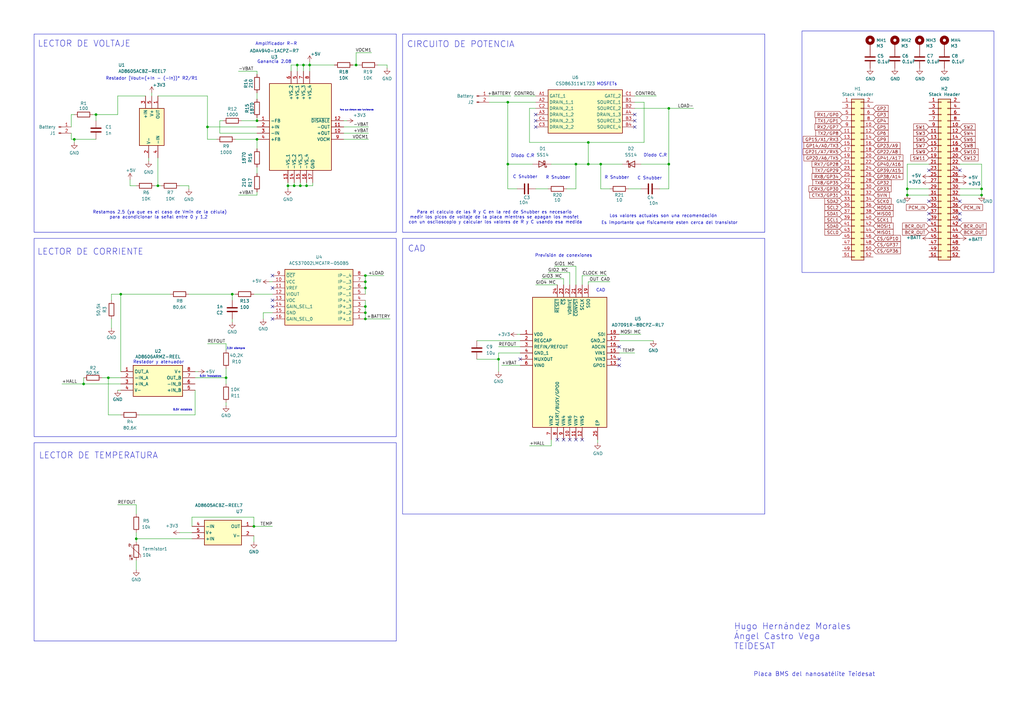
<source format=kicad_sch>
(kicad_sch (version 20250114) (generator "eeschema") (generator_version "9.0")
  (paper "A3")
  (rectangle (start 165.1 97.79) (end 313.69 210.82))
  (rectangle (start 328.93 12.7) (end 407.67 111.76))
  (rectangle (start 462.28 26.67) (end 610.87 266.7))
  (rectangle (start 13.97 181.61) (end 162.56 262.89))
  (rectangle (start 13.97 13.97) (end 162.56 95.25))
  (rectangle (start 13.97 97.79) (end 162.56 179.07))
  (rectangle (start 165.1 13.97) (end 313.69 95.25))
  (text "Amplificador R-R" (at 113.284 18.034 0) (effects (font (size 1.27 1.27))))
  (text "LECTOR DE TEMPERATURA" (at 40.386 186.944 0) (effects (font (size 2.54 2.54))))
  (text "2.5V siempre " (at 97.028 143.002 0) (effects (font (size 0.762 0.762))))
  (text "Los valores actuales son una recomendación " (at 272.542 88.646 0) (effects (font (size 1.27 1.27))))
  (text "Para que siempre este funcionando" (at 146.304 45.212 0) (effects (font (size 0.508 0.508))))
  (text "CAD\n" (at 246.38 119.126 0) (effects (font (size 1.27 1.27))))
  (text "Previsión de conexiones " (at 231.648 104.902 0) (effects (font (size 1.27 1.27))))
  (text "Para el calculo de las R y C en la red de Snubber es necesario \nmedir los picos de voltaje de la placa mientras se apagan los mosfet \ncon un osciloscopio y calcular los valores de R y C usando esa medida" (at 203.2 89.154 0) (effects (font (size 1.27 1.27))))
  (text "R Snubber\n" (at 252.984 72.898 0) (effects (font (size 1.27 1.27))))
  (text "0.5V estables\n" (at 74.93 168.148 0) (effects (font (size 0.762 0.762))))
  (text "Diodo C.R" (at 268.732 63.754 0) (effects (font (size 1.27 1.27))))
  (text "Ganancia 2.08\n" (at 112.522 25.4 0) (effects (font (size 1.27 1.27))))
  (text "C Snubber\n" (at 266.446 73.152 0) (effects (font (size 1.27 1.27))))
  (text "Es importante que fisicamente esten cerca del transistor\n" (at 274.574 91.44 0) (effects (font (size 1.27 1.27))))
  (text "Placa BMS del nanosatélite Teidesat" (at 334.01 276.606 0) (effects (font (size 1.778 1.778))))
  (text "Hugo Hernández Morales\nÁngel Castro Vega\nTEIDESAT\n" (at 300.99 261.112 0) (effects (font (size 2.54 2.54)) (justify left)))
  (text "Restador y atenuador\n" (at 65.024 148.59 0) (effects (font (size 1.27 1.27))))
  (text "C Snubber\n" (at 215.392 72.644 0) (effects (font (size 1.27 1.27))))
  (text "R Snubber\n" (at 228.854 72.898 0) (effects (font (size 1.27 1.27))))
  (text "LECTOR DE VOLTAJE" (at 34.544 18.034 0) (effects (font (size 2.54 2.54))))
  (text "LECTOR DE CORRIENTE" (at 37.084 103.378 0) (effects (font (size 2.54 2.54))))
  (text "Diodo C.R" (at 214.376 64.008 0) (effects (font (size 1.27 1.27))))
  (text "MICROCONTROLADOR\n" (at 490.728 33.782 0) (effects (font (size 2.54 2.54))))
  (text "Restamos 2,5 (ya que es el caso de Vmin de la célula)\npara acondicionar la señal entre 0 y 1,2 \n" (at 65.532 88.138 0) (effects (font (size 1.27 1.27))))
  (text "CIRCUITO DE POTENCIA" (at 188.976 18.288 0) (effects (font (size 2.54 2.54))))
  (text "0.5V inestables\n" (at 86.36 154.432 0) (effects (font (size 0.762 0.762))))
  (text "MOSFETs\n" (at 248.92 34.544 0) (effects (font (size 1.27 1.27))))
  (text "Restador [Vout=(+In - (-In))* R2/R1" (at 62.23 32.258 0) (effects (font (size 1.27 1.27))))
  (text "CAD" (at 170.942 102.108 0) (effects (font (size 2.54 2.54))))
  (junction (at 85.09 52.07))
  (junction (at 402.59 80.01))
  (junction (at 39.37 46.99))
  (junction (at 208.28 67.31))
  (junction (at 204.47 147.32))
  (junction (at 149.86 130.81))
  (junction (at 241.3 67.31))
  (junction (at 44.45 154.94))
  (junction (at 149.86 118.11))
  (junction (at 149.86 115.57))
  (junction (at 64.77 76.2))
  (junction (at 124.46 26.67))
  (junction (at 149.86 128.27))
  (junction (at 236.22 67.31))
  (junction (at 95.25 120.65))
  (junction (at 149.86 113.03))
  (junction (at 274.32 44.45))
  (junction (at 372.11 77.47))
  (junction (at 55.88 220.98))
  (junction (at 149.86 125.73))
  (junction (at 246.38 67.31))
  (junction (at 30.48 57.15))
  (junction (at 34.29 157.48))
  (junction (at 208.28 41.91))
  (junction (at 121.92 26.67))
  (junction (at 120.65 76.2))
  (junction (at 125.73 76.2))
  (junction (at 104.14 215.9))
  (junction (at 402.59 77.47))
  (junction (at 372.11 80.01))
  (junction (at 241.3 58.42))
  (junction (at 118.11 76.2))
  (junction (at 105.41 57.15))
  (junction (at 49.53 120.65))
  (junction (at 127 26.67))
  (junction (at 92.71 154.94))
  (junction (at 123.19 76.2))
  (junction (at 146.05 26.67))
  (junction (at 274.32 67.31))
  (junction (at 105.41 49.53))
  (no_connect (at 381 87.63))
  (no_connect (at 381 82.55))
  (no_connect (at 393.7 82.55))
  (no_connect (at 228.6 180.34))
  (no_connect (at 213.36 147.32))
  (no_connect (at 238.76 180.34))
  (no_connect (at 219.71 49.53))
  (no_connect (at 111.76 118.11))
  (no_connect (at 111.76 113.03))
  (no_connect (at 260.35 49.53))
  (no_connect (at 260.35 52.07))
  (no_connect (at 233.68 180.34))
  (no_connect (at 219.71 52.07))
  (no_connect (at 111.76 123.19))
  (no_connect (at 260.35 46.99))
  (no_connect (at 254 147.32))
  (no_connect (at 254 149.86))
  (no_connect (at 219.71 46.99))
  (no_connect (at 236.22 180.34))
  (no_connect (at 231.14 180.34))
  (no_connect (at 111.76 125.73))
  (no_connect (at 254 142.24))
  (no_connect (at 381 69.85))
  (no_connect (at 381 90.17))
  (no_connect (at 393.7 87.63))
  (no_connect (at 393.7 90.17))
  (no_connect (at 393.7 69.85))
  (no_connect (at 111.76 130.81))
  (wire (pts (xy 248.92 113.03) (xy 238.76 113.03)))
  (wire (pts (xy 38.1 46.99) (xy 39.37 46.99)))
  (wire (pts (xy 208.28 41.91) (xy 219.71 41.91)))
  (wire (pts (xy 254 144.78) (xy 260.35 144.78)))
  (wire (pts (xy 104.14 215.9) (xy 104.14 212.09)))
  (wire (pts (xy 158.75 26.67) (xy 158.75 27.94)))
  (wire (pts (xy 92.71 151.13) (xy 92.71 154.94)))
  (wire (pts (xy 85.09 57.15) (xy 85.09 52.07)))
  (wire (pts (xy 149.86 118.11) (xy 149.86 120.65)))
  (wire (pts (xy 30.48 57.15) (xy 39.37 57.15)))
  (wire (pts (xy 59.69 39.37) (xy 48.26 39.37)))
  (wire (pts (xy 127 29.21) (xy 127 26.67)))
  (wire (pts (xy 127 26.67) (xy 127 25.4)))
  (wire (pts (xy 233.68 111.76) (xy 233.68 116.84)))
  (wire (pts (xy 107.95 128.27) (xy 111.76 128.27)))
  (wire (pts (xy 219.71 116.84) (xy 228.6 116.84)))
  (wire (pts (xy 200.66 39.37) (xy 209.55 39.37)))
  (wire (pts (xy 90.17 49.53) (xy 91.44 49.53)))
  (wire (pts (xy 274.32 44.45) (xy 274.32 67.31)))
  (wire (pts (xy 140.97 54.61) (xy 151.13 54.61)))
  (wire (pts (xy 208.28 67.31) (xy 208.28 77.47)))
  (wire (pts (xy 41.91 154.94) (xy 44.45 154.94)))
  (wire (pts (xy 105.41 57.15) (xy 105.41 60.96)))
  (wire (pts (xy 146.05 21.59) (xy 152.4 21.59)))
  (wire (pts (xy 128.27 76.2) (xy 125.73 76.2)))
  (wire (pts (xy 154.94 26.67) (xy 158.75 26.67)))
  (wire (pts (xy 204.47 142.24) (xy 213.36 142.24)))
  (wire (pts (xy 80.01 152.4) (xy 81.28 152.4)))
  (wire (pts (xy 121.92 29.21) (xy 121.92 26.67)))
  (wire (pts (xy 39.37 46.99) (xy 39.37 49.53)))
  (wire (pts (xy 124.46 29.21) (xy 124.46 26.67)))
  (wire (pts (xy 110.49 115.57) (xy 111.76 115.57)))
  (wire (pts (xy 29.21 52.07) (xy 29.21 46.99)))
  (wire (pts (xy 105.41 68.58) (xy 105.41 71.12)))
  (wire (pts (xy 34.29 154.94) (xy 34.29 157.48)))
  (wire (pts (xy 149.86 113.03) (xy 149.86 115.57)))
  (wire (pts (xy 121.92 26.67) (xy 119.38 26.67)))
  (wire (pts (xy 105.41 80.01) (xy 105.41 78.74)))
  (wire (pts (xy 97.79 80.01) (xy 105.41 80.01)))
  (wire (pts (xy 99.06 49.53) (xy 105.41 49.53)))
  (wire (pts (xy 92.71 165.1) (xy 92.71 166.37)))
  (wire (pts (xy 146.05 21.59) (xy 146.05 26.67)))
  (wire (pts (xy 219.71 44.45) (xy 217.17 44.45)))
  (wire (pts (xy 284.48 44.45) (xy 274.32 44.45)))
  (wire (pts (xy 105.41 40.64) (xy 105.41 38.1)))
  (wire (pts (xy 49.53 120.65) (xy 69.85 120.65)))
  (wire (pts (xy 270.51 77.47) (xy 274.32 77.47)))
  (wire (pts (xy 372.11 67.31) (xy 372.11 77.47)))
  (wire (pts (xy 85.09 39.37) (xy 85.09 52.07)))
  (wire (pts (xy 208.28 41.91) (xy 208.28 67.31)))
  (wire (pts (xy 125.73 74.93) (xy 125.73 76.2)))
  (wire (pts (xy 204.47 147.32) (xy 204.47 152.4)))
  (wire (pts (xy 44.45 154.94) (xy 49.53 154.94)))
  (wire (pts (xy 210.82 39.37) (xy 219.71 39.37)))
  (wire (pts (xy 372.11 80.01) (xy 381 80.01)))
  (wire (pts (xy 55.88 229.87) (xy 55.88 233.68)))
  (wire (pts (xy 260.35 41.91) (xy 264.16 41.91)))
  (wire (pts (xy 372.11 77.47) (xy 381 77.47)))
  (wire (pts (xy 227.33 109.22) (xy 236.22 109.22)))
  (wire (pts (xy 30.48 57.15) (xy 29.21 57.15)))
  (wire (pts (xy 128.27 74.93) (xy 128.27 76.2)))
  (wire (pts (xy 144.78 26.67) (xy 146.05 26.67)))
  (wire (pts (xy 246.38 77.47) (xy 250.19 77.47)))
  (wire (pts (xy 254 137.16) (xy 262.89 137.16)))
  (wire (pts (xy 200.66 41.91) (xy 208.28 41.91)))
  (wire (pts (xy 53.34 73.66) (xy 53.34 76.2)))
  (wire (pts (xy 73.66 76.2) (xy 77.47 76.2)))
  (wire (pts (xy 48.26 207.01) (xy 55.88 207.01)))
  (wire (pts (xy 217.17 44.45) (xy 217.17 58.42)))
  (wire (pts (xy 25.4 157.48) (xy 34.29 157.48)))
  (wire (pts (xy 90.17 54.61) (xy 105.41 54.61)))
  (wire (pts (xy 241.3 67.31) (xy 246.38 67.31)))
  (wire (pts (xy 92.71 140.97) (xy 92.71 143.51)))
  (wire (pts (xy 120.65 74.93) (xy 120.65 76.2)))
  (wire (pts (xy 55.88 220.98) (xy 78.74 220.98)))
  (wire (pts (xy 34.29 157.48) (xy 49.53 157.48)))
  (wire (pts (xy 63.5 76.2) (xy 64.77 76.2)))
  (wire (pts (xy 262.89 77.47) (xy 257.81 77.47)))
  (wire (pts (xy 217.17 58.42) (xy 241.3 58.42)))
  (wire (pts (xy 208.28 77.47) (xy 212.09 77.47)))
  (wire (pts (xy 269.24 39.37) (xy 260.35 39.37)))
  (wire (pts (xy 264.16 41.91) (xy 264.16 58.42)))
  (wire (pts (xy 120.65 76.2) (xy 123.19 76.2)))
  (wire (pts (xy 236.22 67.31) (xy 236.22 77.47)))
  (wire (pts (xy 55.88 207.01) (xy 55.88 210.82)))
  (wire (pts (xy 92.71 154.94) (xy 92.71 157.48)))
  (wire (pts (xy 104.14 215.9) (xy 111.76 215.9)))
  (wire (pts (xy 118.11 76.2) (xy 120.65 76.2)))
  (wire (pts (xy 146.05 26.67) (xy 147.32 26.67)))
  (wire (pts (xy 393.7 80.01) (xy 402.59 80.01)))
  (wire (pts (xy 127 26.67) (xy 124.46 26.67)))
  (wire (pts (xy 49.53 170.18) (xy 44.45 170.18)))
  (wire (pts (xy 241.3 58.42) (xy 241.3 67.31)))
  (wire (pts (xy 274.32 67.31) (xy 274.32 77.47)))
  (wire (pts (xy 62.23 38.1) (xy 62.23 39.37)))
  (wire (pts (xy 85.09 52.07) (xy 105.41 52.07)))
  (wire (pts (xy 402.59 67.31) (xy 402.59 77.47)))
  (wire (pts (xy 119.38 29.21) (xy 119.38 26.67)))
  (wire (pts (xy 224.79 111.76) (xy 233.68 111.76)))
  (wire (pts (xy 29.21 57.15) (xy 29.21 54.61)))
  (wire (pts (xy 402.59 67.31) (xy 393.7 67.31)))
  (wire (pts (xy 77.47 120.65) (xy 95.25 120.65)))
  (wire (pts (xy 402.59 77.47) (xy 402.59 80.01)))
  (wire (pts (xy 241.3 115.57) (xy 241.3 116.84)))
  (wire (pts (xy 96.52 57.15) (xy 105.41 57.15)))
  (wire (pts (xy 77.47 76.2) (xy 77.47 77.47)))
  (wire (pts (xy 64.77 64.77) (xy 64.77 76.2)))
  (wire (pts (xy 104.14 219.71) (xy 104.14 222.25)))
  (wire (pts (xy 219.71 77.47) (xy 224.79 77.47)))
  (wire (pts (xy 149.86 113.03) (xy 157.48 113.03)))
  (wire (pts (xy 48.26 160.02) (xy 49.53 160.02)))
  (wire (pts (xy 53.34 76.2) (xy 55.88 76.2)))
  (wire (pts (xy 95.25 120.65) (xy 96.52 120.65)))
  (wire (pts (xy 254 139.7) (xy 267.97 139.7)))
  (wire (pts (xy 104.14 120.65) (xy 111.76 120.65)))
  (wire (pts (xy 85.09 140.97) (xy 92.71 140.97)))
  (wire (pts (xy 212.09 137.16) (xy 213.36 137.16)))
  (wire (pts (xy 250.19 115.57) (xy 241.3 115.57)))
  (wire (pts (xy 39.37 46.99) (xy 48.26 46.99)))
  (wire (pts (xy 213.36 144.78) (xy 204.47 144.78)))
  (wire (pts (xy 232.41 77.47) (xy 236.22 77.47)))
  (wire (pts (xy 80.01 160.02) (xy 80.01 170.18)))
  (wire (pts (xy 127 26.67) (xy 137.16 26.67)))
  (wire (pts (xy 238.76 113.03) (xy 238.76 116.84)))
  (wire (pts (xy 236.22 109.22) (xy 236.22 116.84)))
  (wire (pts (xy 140.97 57.15) (xy 151.13 57.15)))
  (wire (pts (xy 264.16 58.42) (xy 241.3 58.42)))
  (wire (pts (xy 226.06 67.31) (xy 236.22 67.31)))
  (wire (pts (xy 125.73 76.2) (xy 123.19 76.2)))
  (wire (pts (xy 107.95 130.81) (xy 107.95 128.27)))
  (wire (pts (xy 262.89 67.31) (xy 274.32 67.31)))
  (wire (pts (xy 78.74 212.09) (xy 78.74 215.9)))
  (wire (pts (xy 80.01 170.18) (xy 57.15 170.18)))
  (wire (pts (xy 246.38 67.31) (xy 255.27 67.31)))
  (wire (pts (xy 73.66 218.44) (xy 78.74 218.44)))
  (wire (pts (xy 245.11 180.34) (xy 245.11 181.61)))
  (wire (pts (xy 217.17 182.88) (xy 226.06 182.88)))
  (wire (pts (xy 393.7 77.47) (xy 402.59 77.47)))
  (wire (pts (xy 29.21 46.99) (xy 30.48 46.99)))
  (wire (pts (xy 64.77 39.37) (xy 85.09 39.37)))
  (wire (pts (xy 104.14 212.09) (xy 78.74 212.09)))
  (wire (pts (xy 372.11 77.47) (xy 372.11 80.01)))
  (wire (pts (xy 208.28 67.31) (xy 218.44 67.31)))
  (wire (pts (xy 124.46 26.67) (xy 121.92 26.67)))
  (wire (pts (xy 90.17 54.61) (xy 90.17 49.53)))
  (wire (pts (xy 45.72 123.19) (xy 45.72 120.65)))
  (wire (pts (xy 95.25 120.65) (xy 95.25 123.19)))
  (wire (pts (xy 246.38 67.31) (xy 246.38 77.47)))
  (wire (pts (xy 381 67.31) (xy 372.11 67.31)))
  (wire (pts (xy 140.97 49.53) (xy 142.24 49.53)))
  (wire (pts (xy 140.97 52.07) (xy 151.13 52.07)))
  (wire (pts (xy 149.86 123.19) (xy 149.86 125.73)))
  (wire (pts (xy 149.86 128.27) (xy 149.86 130.81)))
  (wire (pts (xy 95.25 130.81) (xy 95.25 132.08)))
  (wire (pts (xy 149.86 130.81) (xy 160.02 130.81)))
  (wire (pts (xy 195.58 147.32) (xy 204.47 147.32)))
  (wire (pts (xy 55.88 220.98) (xy 55.88 222.25)))
  (wire (pts (xy 45.72 130.81) (xy 45.72 134.62)))
  (wire (pts (xy 80.01 154.94) (xy 92.71 154.94)))
  (wire (pts (xy 222.25 114.3) (xy 231.14 114.3)))
  (wire (pts (xy 204.47 144.78) (xy 204.47 147.32)))
  (wire (pts (xy 149.86 125.73) (xy 149.86 128.27)))
  (wire (pts (xy 118.11 77.47) (xy 118.11 76.2)))
  (wire (pts (xy 44.45 154.94) (xy 44.45 170.18)))
  (wire (pts (xy 30.48 57.15) (xy 30.48 58.42)))
  (wire (pts (xy 49.53 120.65) (xy 49.53 152.4)))
  (wire (pts (xy 45.72 120.65) (xy 49.53 120.65)))
  (wire (pts (xy 48.26 39.37) (xy 48.26 46.99)))
  (wire (pts (xy 97.79 29.21) (xy 105.41 29.21)))
  (wire (pts (xy 105.41 48.26) (xy 105.41 49.53)))
  (wire (pts (xy 195.58 139.7) (xy 213.36 139.7)))
  (wire (pts (xy 236.22 67.31) (xy 241.3 67.31)))
  (wire (pts (xy 226.06 182.88) (xy 226.06 180.34)))
  (wire (pts (xy 149.86 115.57) (xy 149.86 118.11)))
  (wire (pts (xy 105.41 29.21) (xy 105.41 30.48)))
  (wire (pts (xy 60.96 64.77) (xy 60.96 66.04)))
  (wire (pts (xy 205.74 149.86) (xy 213.36 149.86)))
  (wire (pts (xy 64.77 76.2) (xy 66.04 76.2)))
  (wire (pts (xy 88.9 57.15) (xy 85.09 57.15)))
  (wire (pts (xy 118.11 74.93) (xy 118.11 76.2)))
  (wire (pts (xy 274.32 44.45) (xy 260.35 44.45)))
  (wire (pts (xy 123.19 76.2) (xy 123.19 74.93)))
  (wire (pts (xy 231.14 114.3) (xy 231.14 116.84)))
  (wire (pts (xy 55.88 218.44) (xy 55.88 220.98)))
  (label "TEMP" (at 260.35 144.78 180))
  (label "LOAD-" (at 284.48 44.45 180))
  (label "GIO2 MC" (at 224.79 111.76 0))
  (label "+BATTERY" (at 160.02 130.81 180))
  (label "-VBAT" (at 151.13 52.07 180))
  (label "+HALL" (at 217.17 182.88 0))
  (label "OUT CAD" (at 250.19 115.57 180))
  (label "REFOUT" (at 204.47 142.24 0))
  (label "GIO4 MC" (at 219.71 116.84 0))
  (label "+BATTERY" (at 209.55 39.37 180))
  (label "CLOCK MC" (at 248.92 113.03 180))
  (label "REFOUT" (at 48.26 207.01 0))
  (label "+HALL" (at 25.4 157.48 0))
  (label "REFOUT" (at 85.09 140.97 0))
  (label "+VBAT" (at 151.13 54.61 180))
  (label "-VBAT" (at 97.79 29.21 0))
  (label "VOCM1" (at 152.4 21.59 180))
  (label "+LOAD" (at 157.48 113.03 180))
  (label "+VBAT" (at 205.74 149.86 0))
  (label "CONTROL" (at 269.24 39.37 180))
  (label "TEMP" (at 111.76 215.9 180))
  (label "VOCM1" (at 151.13 57.15 180))
  (label "+VBAT" (at 97.79 80.01 0))
  (label "MOSI MC" (at 262.89 137.16 180))
  (label "GIO3 MC" (at 222.25 114.3 0))
  (label "GIO1 MC" (at 227.33 109.22 0))
  (label "CONTROL" (at 210.82 39.37 0))
  (global_label "GP4" (shape input) (at 358.14 49.53 0) (property "Intersheetrefs" "${INTERSHEET_REFS}" (effects (hide yes))))
  (global_label "TX8{slash}GP35" (shape input) (at 345.44 74.93 180) (property "Intersheetrefs" "${INTERSHEET_REFS}" (effects (hide yes))))
  (global_label "CRX3{slash}GP30" (shape input) (at 345.44 77.47 180) (property "Intersheetrefs" "${INTERSHEET_REFS}" (effects (hide yes))))
  (global_label "SW3" (shape input) (at 381 54.61 180) (property "Intersheetrefs" "${INTERSHEET_REFS}" (effects (hide yes))))
  (global_label "SCK1" (shape input) (at 358.14 90.17 0) (property "Intersheetrefs" "${INTERSHEET_REFS}" (effects (hide yes))))
  (global_label "RX8{slash}GP34" (shape input) (at 345.44 72.39 180) (property "Intersheetrefs" "${INTERSHEET_REFS}" (effects (hide yes))))
  (global_label "TX1{slash}GP1" (shape input) (at 345.44 49.53 180) (property "Intersheetrefs" "${INTERSHEET_REFS}" (effects (hide yes))))
  (global_label "RX2{slash}GP7" (shape input) (at 345.44 52.07 180) (property "Intersheetrefs" "${INTERSHEET_REFS}" (effects (hide yes))))
  (global_label "SW11" (shape input) (at 381 64.77 180) (property "Intersheetrefs" "${INTERSHEET_REFS}" (effects (hide yes))))
  (global_label "GP2" (shape input) (at 358.14 44.45 0) (property "Intersheetrefs" "${INTERSHEET_REFS}" (effects (hide yes))))
  (global_label "SW5" (shape input) (at 381 57.15 180) (property "Intersheetrefs" "${INTERSHEET_REFS}" (effects (hide yes))))
  (global_label "BCR_OUT" (shape input) (at 393.7 92.71 0) (property "Intersheetrefs" "${INTERSHEET_REFS}" (effects (hide yes))))
  (global_label "GP38{slash}A14" (shape input) (at 358.14 72.39 0) (property "Intersheetrefs" "${INTERSHEET_REFS}" (effects (hide yes))))
  (global_label "5VIN" (shape input) (at 358.14 80.01 0) (property "Intersheetrefs" "${INTERSHEET_REFS}" (effects (hide yes))))
  (global_label "GP39{slash}A15" (shape input) (at 358.14 69.85 0) (property "Intersheetrefs" "${INTERSHEET_REFS}" (effects (hide yes))))
  (global_label "GP21{slash}A7{slash}RX5" (shape input) (at 345.44 62.23 180) (property "Intersheetrefs" "${INTERSHEET_REFS}" (effects (hide yes))))
  (global_label "SW8" (shape input) (at 393.7 59.69 0) (property "Intersheetrefs" "${INTERSHEET_REFS}" (effects (hide yes))))
  (global_label "SW1" (shape input) (at 381 52.07 180) (property "Intersheetrefs" "${INTERSHEET_REFS}" (effects (hide yes))))
  (global_label "GP20{slash}A6{slash}TX5" (shape input) (at 345.44 64.77 180) (property "Intersheetrefs" "${INTERSHEET_REFS}" (effects (hide yes))))
  (global_label "GP40{slash}A16" (shape input) (at 358.14 67.31 0) (property "Intersheetrefs" "${INTERSHEET_REFS}" (effects (hide yes))))
  (global_label "GP33" (shape input) (at 358.14 77.47 0) (property "Intersheetrefs" "${INTERSHEET_REFS}" (effects (hide yes))))
  (global_label "MISO1" (shape input) (at 358.14 95.25 0) (property "Intersheetrefs" "${INTERSHEET_REFS}" (effects (hide yes))))
  (global_label "GP15{slash}A1{slash}RX3" (shape input) (at 345.44 57.15 180) (property "Intersheetrefs" "${INTERSHEET_REFS}" (effects (hide yes))))
  (global_label "RX1{slash}GP0" (shape input) (at 345.44 46.99 180) (property "Intersheetrefs" "${INTERSHEET_REFS}" (effects (hide yes))))
  (global_label "SW10" (shape input) (at 393.7 62.23 0) (property "Intersheetrefs" "${INTERSHEET_REFS}" (effects (hide yes))))
  (global_label "SCK0" (shape input) (at 358.14 82.55 0) (property "Intersheetrefs" "${INTERSHEET_REFS}" (effects (hide yes))))
  (global_label "SCL0" (shape input) (at 345.44 95.25 180) (property "Intersheetrefs" "${INTERSHEET_REFS}" (effects (hide yes))))
  (global_label "BCR_OUT" (shape input) (at 393.7 95.25 0) (property "Intersheetrefs" "${INTERSHEET_REFS}" (effects (hide yes))))
  (global_label "SCL1" (shape input) (at 345.44 90.17 180) (property "Intersheetrefs" "${INTERSHEET_REFS}" (effects (hide yes))))
  (global_label "MOSI0" (shape input) (at 358.14 85.09 0) (property "Intersheetrefs" "${INTERSHEET_REFS}" (effects (hide yes))))
  (global_label "MOSI1" (shape input) (at 358.14 92.71 0) (property "Intersheetrefs" "${INTERSHEET_REFS}" (effects (hide yes))))
  (global_label "BCR_OUT" (shape input) (at 381 95.25 180) (property "Intersheetrefs" "${INTERSHEET_REFS}" (effects (hide yes))))
  (global_label "TX2{slash}GP8" (shape input) (at 345.44 54.61 180) (property "Intersheetrefs" "${INTERSHEET_REFS}" (effects (hide yes))))
  (global_label "SW6" (shape input) (at 393.7 57.15 0) (property "Intersheetrefs" "${INTERSHEET_REFS}" (effects (hide yes))))
  (global_label "GP9" (shape input) (at 358.14 57.15 0) (property "Intersheetrefs" "${INTERSHEET_REFS}" (effects (hide yes))))
  (global_label "TX7{slash}GP29" (shape input) (at 345.44 69.85 180) (property "Intersheetrefs" "${INTERSHEET_REFS}" (effects (hide yes))))
  (global_label "BCR_OUT" (shape input) (at 381 92.71 180) (property "Intersheetrefs" "${INTERSHEET_REFS}" (effects (hide yes))))
  (global_label "RX7{slash}GP28" (shape input) (at 345.44 67.31 180) (property "Intersheetrefs" "${INTERSHEET_REFS}" (effects (hide yes))))
  (global_label "SCL2" (shape input) (at 345.44 85.09 180) (property "Intersheetrefs" "${INTERSHEET_REFS}" (effects (hide yes))))
  (global_label "MISO0" (shape input) (at 358.14 87.63 0) (property "Intersheetrefs" "${INTERSHEET_REFS}" (effects (hide yes))))
  (global_label "CS{slash}GP36" (shape input) (at 358.14 102.87 0) (property "Intersheetrefs" "${INTERSHEET_REFS}" (effects (hide yes))))
  (global_label "GP23{slash}A9" (shape input) (at 358.14 59.69 0) (property "Intersheetrefs" "${INTERSHEET_REFS}" (effects (hide yes))))
  (global_label "GP3" (shape input) (at 358.14 46.99 0) (property "Intersheetrefs" "${INTERSHEET_REFS}" (effects (hide yes))))
  (global_label "GP6" (shape input) (at 358.14 54.61 0) (property "Intersheetrefs" "${INTERSHEET_REFS}" (effects (hide yes))))
  (global_label "CS{slash}GP37" (shape input) (at 358.14 100.33 0) (property "Intersheetrefs" "${INTERSHEET_REFS}" (effects (hide yes))))
  (global_label "GP14{slash}A0{slash}TX3" (shape input) (at 345.44 59.69 180) (property "Intersheetrefs" "${INTERSHEET_REFS}" (effects (hide yes))))
  (global_label "SW7" (shape input) (at 381 59.69 180) (property "Intersheetrefs" "${INTERSHEET_REFS}" (effects (hide yes))))
  (global_label "SW4" (shape input) (at 393.7 54.61 0) (property "Intersheetrefs" "${INTERSHEET_REFS}" (effects (hide yes))))
  (global_label "SW2" (shape input) (at 393.7 52.07 0) (property "Intersheetrefs" "${INTERSHEET_REFS}" (effects (hide yes))))
  (global_label "SDA0" (shape input) (at 345.44 92.71 180) (property "Intersheetrefs" "${INTERSHEET_REFS}" (effects (hide yes))))
  (global_label "GP5" (shape input) (at 358.14 52.07 0) (property "Intersheetrefs" "${INTERSHEET_REFS}" (effects (hide yes))))
  (global_label "GP22{slash}A8" (shape input) (at 358.14 62.23 0) (property "Intersheetrefs" "${INTERSHEET_REFS}" (effects (hide yes))))
  (global_label "SDA1" (shape input) (at 345.44 87.63 180) (property "Intersheetrefs" "${INTERSHEET_REFS}" (effects (hide yes))))
  (global_label "CTX3{slash}GP31" (shape input) (at 345.44 80.01 180) (property "Intersheetrefs" "${INTERSHEET_REFS}" (effects (hide yes))))
  (global_label "SW9" (shape input) (at 381 62.23 180) (property "Intersheetrefs" "${INTERSHEET_REFS}" (effects (hide yes))))
  (global_label "PCM_IN" (shape input) (at 393.7 85.09 0) (property "Intersheetrefs" "${INTERSHEET_REFS}" (effects (hide yes))))
  (global_label "SDA2" (shape input) (at 345.44 82.55 180) (property "Intersheetrefs" "${INTERSHEET_REFS}" (effects (hide yes))))
  (global_label "PCM_IN" (shape input) (at 381 85.09 180) (property "Intersheetrefs" "${INTERSHEET_REFS}" (effects (hide yes))))
  (global_label "GP41{slash}A17" (shape input) (at 358.14 64.77 0) (property "Intersheetrefs" "${INTERSHEET_REFS}" (effects (hide yes))))
  (global_label "GP32" (shape input) (at 358.14 74.93 0) (property "Intersheetrefs" "${INTERSHEET_REFS}" (effects (hide yes))))
  (global_label "CS{slash}GP10" (shape input) (at 358.14 97.79 0) (property "Intersheetrefs" "${INTERSHEET_REFS}" (effects (hide yes))))
  (global_label "SW12" (shape input) (at 393.7 64.77 0) (property "Intersheetrefs" "${INTERSHEET_REFS}" (effects (hide yes))))
  (symbol (lib_id "Connector_Generic:Conn_02x26_Odd_Even") (at 350.52 72.39 0) (unit 1)
    (property "Reference" "H1" (at 351.79 36.3982 0))
    (property "Value" "Stack Header" (at 351.79 38.7096 0))
    (property "Footprint" "Connector_PinHeader_2.54mm:PinHeader_2x26_P2.54mm_Vertical" (effects (hide yes)))
  )
  (symbol (lib_id "Connector_Generic:Conn_02x26_Odd_Even") (at 386.08 72.39 0) (unit 1)
    (property "Reference" "H2" (at 387.35 36.3982 0))
    (property "Value" "Stack Header" (at 387.35 38.7096 0))
    (property "Footprint" "Connector_PinHeader_2.54mm:PinHeader_2x26_P2.54mm_Vertical" (effects (hide yes)))
  )
  (symbol (lib_id "power:+5V") (at 381 72.39 90) (unit 1)
    (property "Reference" "#PWR027" (effects (hide yes)))
    (property "Value" "+5V" (at 377.7488 72.009 90) (effects (justify left)))
  )
  (symbol (lib_id "power:+3V3") (at 381 74.93 90) (unit 1)
    (property "Reference" "#PWR028" (effects (hide yes)))
    (property "Value" "+3V3" (at 377.7488 74.549 90) (effects (justify left)))
  )
  (symbol (lib_id "power:GND") (at 372.11 80.01 0) (unit 1)
    (property "Reference" "#PWR025" (effects (hide yes)))
    (property "Value" "GND" (at 369.57 82.55 0))
  )
  (symbol (lib_id "power:GND") (at 402.59 80.01 0) (unit 1)
    (property "Reference" "#PWR034" (effects (hide yes)))
    (property "Value" "GND" (at 405.13 82.55 0))
  )
  (symbol (lib_id "power:+BATT") (at 381 97.79 90) (unit 1)
    (property "Reference" "#PWR029" (effects (hide yes)))
    (property "Value" "+BATT" (at 377.7742 97.409 90) (effects (justify left)))
  )
  (symbol (lib_id "power:+BATT") (at 393.7 97.79 270) (unit 1)
    (property "Reference" "#PWR033" (effects (hide yes)))
    (property "Value" "+BATT" (at 396.9258 98.171 90) (effects (justify left)))
  )
  (symbol (lib_id "power:+5V") (at 393.7 72.39 270) (unit 1)
    (property "Reference" "#PWR031" (effects (hide yes)))
    (property "Value" "+5V" (at 396.9512 72.771 90) (effects (justify left)))
  )
  (symbol (lib_id "power:+3V3") (at 393.7 74.93 270) (unit 1)
    (property "Reference" "#PWR032" (effects (hide yes)))
    (property "Value" "+3V3" (at 396.9512 75.311 90) (effects (justify left)))
  )
  (symbol (lib_id "Mechanical:MountingHole_Pad") (at 367.03 17.78 0) (unit 1)
    (property "Reference" "MH2" (at 369.57 16.5354 0) (effects (justify left)))
    (property "Value" "M3" (at 369.57 18.8468 0) (effects (justify left)))
    (property "Footprint" "MountingHole:MountingHole_3.2mm_M3_Pad" (effects (hide yes)))
  )
  (symbol (lib_id "Mechanical:MountingHole_Pad") (at 387.35 17.78 0) (unit 1)
    (property "Reference" "MH4" (at 389.89 16.5354 0) (effects (justify left)))
    (property "Value" "M3" (at 389.89 18.8468 0) (effects (justify left)))
    (property "Footprint" "MountingHole:MountingHole_3.2mm_M3_Pad" (effects (hide yes)))
  )
  (symbol (lib_id "Mechanical:MountingHole_Pad") (at 356.87 17.78 0) (unit 1)
    (property "Reference" "MH1" (at 359.41 16.5354 0) (effects (justify left)))
    (property "Value" "M3" (at 359.41 18.8468 0) (effects (justify left)))
    (property "Footprint" "MountingHole:MountingHole_3.2mm_M3_Pad" (effects (hide yes)))
  )
  (symbol (lib_id "Mechanical:MountingHole_Pad") (at 377.19 17.78 0) (unit 1)
    (property "Reference" "MH3" (at 379.73 16.5354 0) (effects (justify left)))
    (property "Value" "M3" (at 379.73 18.8468 0) (effects (justify left)))
    (property "Footprint" "MountingHole:MountingHole_3.2mm_M3_Pad" (effects (hide yes)))
  )
  (symbol (lib_id "Device:C") (at 367.03 24.13 0) (unit 1)
    (property "Reference" "C6" (at 369.951 22.9616 0) (effects (justify left)))
    (property "Value" "0.1uF" (at 369.951 25.273 0) (effects (justify left)))
    (property "Footprint" "Capacitor_SMD:C_0805_2012Metric" (effects (hide yes)))
  )
  (symbol (lib_id "Device:C") (at 387.35 24.13 0) (unit 1)
    (property "Reference" "C8" (at 390.271 22.9616 0) (effects (justify left)))
    (property "Value" "0.1uF" (at 390.271 25.273 0) (effects (justify left)))
    (property "Footprint" "Capacitor_SMD:C_0805_2012Metric" (effects (hide yes)))
  )
  (symbol (lib_id "Device:C") (at 356.87 24.13 0) (unit 1)
    (property "Reference" "C5" (at 359.791 22.9616 0) (effects (justify left)))
    (property "Value" "0.1uF" (at 359.791 25.273 0) (effects (justify left)))
    (property "Footprint" "Capacitor_SMD:C_0805_2012Metric" (effects (hide yes)))
  )
  (symbol (lib_id "Device:C") (at 377.19 24.13 0) (unit 1)
    (property "Reference" "C7" (at 380.111 22.9616 0) (effects (justify left)))
    (property "Value" "0.1uF" (at 380.111 25.273 0) (effects (justify left)))
    (property "Footprint" "Capacitor_SMD:C_0805_2012Metric" (effects (hide yes)))
  )
  (symbol (lib_id "power:GND") (at 356.87 27.94 0) (unit 1)
    (property "Reference" "#PWR023" (effects (hide yes)))
    (property "Value" "GND" (at 356.997 32.3342 0))
  )
  (symbol (lib_id "power:GND") (at 367.03 27.94 0) (unit 1)
    (property "Reference" "#PWR024" (effects (hide yes)))
    (property "Value" "GND" (at 367.157 32.3342 0))
  )
  (symbol (lib_id "power:GND") (at 377.19 27.94 0) (unit 1)
    (property "Reference" "#PWR026" (effects (hide yes)))
    (property "Value" "GND" (at 377.317 32.3342 0))
  )
  (symbol (lib_id "power:GND") (at 387.35 27.94 0) (unit 1)
    (property "Reference" "#PWR030" (effects (hide yes)))
    (property "Value" "GND" (at 387.477 32.3342 0))
  )
  (symbol (lib_id "power:+5V") (at 127 25.4 0) (unit 1)
    (property "Reference" "#PWR017" (effects (hide yes)))
    (property "Value" "+5V" (at 127.381 22.1488 0) (effects (justify left)))
  )
  (symbol (lib_id "power:GND") (at 48.26 160.02 0) (unit 1)
    (property "Reference" "#PWR03" (effects (hide yes)))
    (property "Value" "GND" (at 48.26 163.83 0))
  )
  (symbol (lib_name "AD8605ACBZ-REEL7_1") (lib_id "AD8605ACBZ-REEL7:AD8605ACBZ-REEL7") (at 78.74 215.9 0) (unit 1)
    (property "Reference" "U7" (at 99.568 209.804 0) (effects (justify right)))
    (property "Value" "AD8605ACBZ-REEL7" (at 99.568 207.264 0) (effects (justify right)))
    (property "Footprint" "Huellas BMS:AD8605ACBZREEL7" (effects (hide yes)))
    (property "Datasheet" "https://www.digikey.ph/en/products/detail/analog-devices-inc/AD8605ACBZ-REEL7/1972274?msockid=3bdc366bbe0663d83c1223c0bf3662a6" (effects (hide yes)))
    (property "Description" "Precision Amplifiers 56972995PRECISION CMOS RAIL-RAIL OP AMP" (effects (hide yes)))
    (property "Height" "0.61" (effects (hide yes)))
    (property "Mouser Part Number" "584-AD8605ACBZ-R7" (effects (hide yes)))
    (property "Mouser Price/Stock" "https://www.mouser.co.uk/ProductDetail/Analog-Devices/AD8605ACBZ-REEL7?qs=%2FtpEQrCGXCy3dp4Fh3Hc%2Fw%3D%3D" (effects (hide yes)))
    (property "Manufacturer_Name" "Analog Devices" (effects (hide yes)))
    (property "Manufacturer_Part_Number" "AD8605ACBZ-REEL7" (effects (hide yes)))
  )
  (symbol (lib_id "Device:R") (at 69.85 76.2 270) (unit 1)
    (property "Reference" "R7" (at 69.85 78.994 90))
    (property "Value" "10K" (at 69.85 81.534 90))
    (property "Footprint" "Resistor_SMD:R_0201_0603Metric" (effects (hide yes)))
    (property "Description" "Resistor" (effects (hide yes)))
  )
  (symbol (lib_id "power:+3V3") (at 81.28 152.4 270) (unit 1)
    (property "Reference" "#PWR010" (effects (hide yes)))
    (property "Value" "+5V" (at 84.074 152.4 90) (effects (justify left)))
  )
  (symbol (lib_id "power:+5V") (at 62.23 38.1 0) (unit 1)
    (property "Reference" "#PWR07" (effects (hide yes)))
    (property "Value" "+3V3" (at 62.611 34.8488 0) (effects (justify left)))
  )
  (symbol (lib_id "power:GND") (at 158.75 27.94 0) (unit 1)
    (property "Reference" "#PWR019" (effects (hide yes)))
    (property "Value" "GND" (at 158.75 32.258 0))
  )
  (symbol (lib_id "power:GND") (at 55.88 233.68 0) (unit 1)
    (property "Reference" "#PWR05" (effects (hide yes)))
    (property "Value" "GND" (at 55.88 237.744 0))
  )
  (symbol (lib_id "power:+5V") (at 53.34 73.66 0) (unit 1)
    (property "Reference" "#PWR04" (effects (hide yes)))
    (property "Value" "+5V" (at 51.562 69.85 0) (effects (justify left)))
  )
  (symbol (lib_id "Device:R") (at 59.69 76.2 270) (unit 1)
    (property "Reference" "R6" (at 59.944 78.994 90))
    (property "Value" "10K" (at 59.944 81.534 90))
    (property "Footprint" "Resistor_SMD:R_0201_0603Metric" (effects (hide yes)))
    (property "Description" "Resistor" (effects (hide yes)))
  )
  (symbol (lib_id "Device:R") (at 38.1 154.94 270) (unit 1)
    (property "Reference" "R2" (at 38.1 150.876 90))
    (property "Value" "50,5K" (at 38.1 152.908 90))
    (property "Footprint" "Resistor_SMD:R_0201_0603Metric" (effects (hide yes)))
    (property "Description" "Resistor" (effects (hide yes)))
  )
  (symbol (lib_id "Diode:SS14") (at 222.25 67.31 180) (unit 1)
    (property "Reference" "D1" (at 222.5675 60.96 0))
    (property "Value" "SS14" (at 222.5675 63.5 0))
    (property "Footprint" "Huellas BMS:DIOM8059X256N" (effects (hide yes)))
    (property "Datasheet" "https://www.vishay.com/docs/88746/ss12.pdf" (effects (hide yes)))
    (property "Description" "40V 1A Schottky Diode, SMA" (effects (hide yes)))
  )
  (symbol (lib_id "Device:R") (at 100.33 120.65 270) (unit 1)
    (property "Reference" "R13" (at 100.33 123.444 90))
    (property "Value" "100" (at 100.33 125.984 90))
    (property "Footprint" "Resistor_SMD:R_0201_0603Metric" (effects (hide yes)))
    (property "Description" "Resistor" (effects (hide yes)))
  )
  (symbol (lib_id "Device:R") (at 140.97 26.67 270) (unit 1)
    (property "Reference" "R18" (at 140.97 29.464 90))
    (property "Value" "10K" (at 140.97 32.004 90))
    (property "Footprint" "Resistor_SMD:R_0201_0603Metric" (effects (hide yes)))
    (property "Description" "Resistor" (effects (hide yes)))
  )
  (symbol (lib_id "AD8606ARMZ-REEL:AD8606ARMZ-REEL") (at 49.53 152.4 0) (unit 1)
    (property "Reference" "U2" (at 64.77 144.018 0))
    (property "Value" "AD8606ARMZ-REEL" (at 64.77 146.304 0))
    (property "Footprint" "Huellas BMS:SOP65P490X110-8N" (effects (hide yes)))
    (property "Datasheet" "http://www.analog.com/media/en/technical-documentation/data-sheets/AD8605_8606_8608.pdf" (effects (hide yes)))
    (property "Description" "Precision, Low Noise, CMOS, Rail-to-Rail,%D Input/Output Operational Amplifiers" (effects (hide yes)))
    (property "Height" "1.1" (effects (hide yes)))
    (property "Mouser Part Number" "584-AD8606ARMZ-R" (effects (hide yes)))
    (property "Mouser Price/Stock" "https://www.mouser.co.uk/ProductDetail/Analog-Devices/AD8606ARMZ-REEL?qs=%2FtpEQrCGXCw5qCDdzvSH4w%3D%3D" (effects (hide yes)))
    (property "Manufacturer_Name" "Analog Devices" (effects (hide yes)))
    (property "Manufacturer_Part_Number" "AD8606ARMZ-REEL" (effects (hide yes)))
  )
  (symbol (lib_id "Device:R") (at 55.88 214.63 180) (unit 1)
    (property "Reference" "R5" (at 59.944 213.614 0))
    (property "Value" "10k" (at 59.944 216.154 0))
    (property "Footprint" "Resistor_SMD:R_0201_0603Metric" (effects (hide yes)))
    (property "Description" "Resistor" (effects (hide yes)))
  )
  (symbol (lib_id "Device:C") (at 95.25 127 180) (unit 1)
    (property "Reference" "C2" (at 91.44 128.2701 0) (effects (justify left)))
    (property "Value" "1n" (at 91.44 125.7301 0) (effects (justify left)))
    (property "Footprint" "Capacitor_SMD:CP_Elec_3x5.3" (effects (hide yes)))
    (property "Description" "Unpolarized capacitor" (effects (hide yes)))
  )
  (symbol (lib_id "TMS5703137DPGEQQ1:TMS5703137DPGEQQ1") (at 481.33 80.01 0) (unit 1)
    (property "Reference" "IC1" (at 591.82 73.5898 0))
    (property "Value" "TMS5703137DPGEQQ1" (at 591.82 76.1298 0))
    (property "Footprint" "Huellas BMS:QFP50P2200X2200X160-144N" (effects (hide yes)))
    (property "Datasheet" "http://www.ti.com/lit/gpn/tms570ls3137" (effects (hide yes)))
    (property "Description" "16/32 Bit RISC Flash MCU, Arm Cortex-R4F, EMAC, FlexRay" (effects (hide yes)))
    (property "Height" "1.6" (effects (hide yes)))
    (property "Manufacturer_Name" "Texas Instruments" (effects (hide yes)))
    (property "Manufacturer_Part_Number" "TMS5703137DPGEQQ1" (effects (hide yes)))
    (property "Mouser Part Number" "595-MS5703137DPGEQQ1" (effects (hide yes)))
    (property "Mouser Price/Stock" "https://www.mouser.co.uk/ProductDetail/Texas-Instruments/TMS5703137DPGEQQ1?qs=CzouL7iWfZvFhDQXspcgQg%3D%3D" (effects (hide yes)))
    (property "Arrow Part Number" "TMS5703137DPGEQQ1" (effects (hide yes)))
    (property "Arrow Price/Stock" "https://www.arrow.com/en/products/tms5703137dpgeqq1/texas-instruments?utm_currency=USD&region=nac" (effects (hide yes)))
  )
  (symbol (lib_id "Device:R") (at 53.34 170.18 270) (unit 1)
    (property "Reference" "R4" (at 53.34 172.974 90))
    (property "Value" "80,6K" (at 53.34 175.514 90))
    (property "Footprint" "Resistor_SMD:R_0201_0603Metric" (effects (hide yes)))
    (property "Description" "Resistor" (effects (hide yes)))
  )
  (symbol (lib_id "Device:R") (at 105.41 34.29 0) (unit 1)
    (property "Reference" "R14" (at 100.838 34.29 90))
    (property "Value" "210" (at 102.87 34.29 90))
    (property "Footprint" "Resistor_SMD:R_0201_0603Metric" (effects (hide yes)))
    (property "Description" "Resistor" (effects (hide yes)))
  )
  (symbol (lib_id "Device:R") (at 105.41 74.93 180) (unit 1)
    (property "Reference" "R17" (at 102.616 74.93 90))
    (property "Value" "210" (at 100.076 74.93 90))
    (property "Footprint" "Resistor_SMD:R_0201_0603Metric" (effects (hide yes)))
    (property "Description" "Resistor" (effects (hide yes)))
  )
  (symbol (lib_id "Device:R") (at 92.71 57.15 270) (unit 1)
    (property "Reference" "R9" (at 92.71 59.944 90))
    (property "Value" "1000" (at 92.71 62.484 90))
    (property "Footprint" "Resistor_SMD:R_0201_0603Metric" (effects (hide yes)))
    (property "Description" "Resistor" (effects (hide yes)))
  )
  (symbol (lib_id "Connector:Conn_01x02_Pin") (at 195.58 39.37 0) (unit 1)
    (property "Reference" "J2" (at 194.31 41.9101 0) (effects (justify right)))
    (property "Value" "Battery" (at 194.31 39.3701 0) (effects (justify right)))
    (property "Footprint" "Connector_PinSocket_1.00mm:PinSocket_1x02_P1.00mm_Vertical_SMD_Pin1Left" (effects (hide yes)))
    (property "Description" "Generic connector, single row, 01x02, script generated" (effects (hide yes)))
  )
  (symbol (lib_id "CSD86311W1723:CSD86311W1723") (at 219.71 39.37 0) (unit 1)
    (property "Reference" "U6" (at 235.966 31.75 0))
    (property "Value" "CSD86311W1723" (at 235.966 34.29 0))
    (property "Footprint" "Huellas BMS:BGA12C50P4X3_228X170X62" (effects (hide yes)))
    (property "Datasheet" "http://www.ti.com/lit/ds/symlink/csd86311w1723.pdf" (effects (hide yes)))
    (property "Description" "25V, N ch NexFET MOSFET, dual common source WLP1.7x2.3, 42mOhm" (effects (hide yes)))
    (property "Height" "0.62" (effects (hide yes)))
    (property "Mouser Part Number" "595-CSD86311W1723" (effects (hide yes)))
    (property "Mouser Price/Stock" "https://www.mouser.com/Search/Refine.aspx?Keyword=595-CSD86311W1723" (effects (hide yes)))
    (property "Manufacturer_Name" "Texas Instruments" (effects (hide yes)))
    (property "Manufacturer_Part_Number" "CSD86311W1723" (effects (hide yes)))
  )
  (symbol (lib_id "power:GND") (at 267.97 139.7 0) (unit 1)
    (property "Reference" "#PWR022" (effects (hide yes)))
    (property "Value" "GND" (at 267.97 143.764 0))
  )
  (symbol (lib_id "ACS37002LMCATR-050B5:ACS37002LMCATR-050B5") (at 111.76 113.03 0) (unit 1)
    (property "Reference" "U4" (at 130.81 105.41 0))
    (property "Value" "ACS37002LMCATR-050B5" (at 130.81 107.95 0))
    (property "Footprint" "Huellas BMS:ACS37002LMCA050U5" (effects (hide yes)))
    (property "Datasheet" "https://www.allegromicro.com/-/media/files/datasheets/acs37002mc-datasheet.ashx?sc_lang=en&hash=DAAB74B7C3E532E9320714B86D72F0A1" (effects (hide yes)))
    (property "Description" "400 kHz, High Accuracy Current Sensor with Pin-Selectable Gains" (effects (hide yes)))
    (property "Height" "3.285" (effects (hide yes)))
    (property "Mouser Part Number" "250-2LMCATR-050B5" (effects (hide yes)))
    (property "Mouser Price/Stock" "https://www.mouser.co.uk/ProductDetail/Allegro-MicroSystems/ACS37002LMCATR-050B5?qs=e8oIoAS2J1RxH5Arq3Cg%2FA%3D%3D" (effects (hide yes)))
    (property "Manufacturer_Name" "Allegro Microsystems" (effects (hide yes)))
    (property "Manufacturer_Part_Number" "ACS37002LMCATR-050B5" (effects (hide yes)))
  )
  (symbol (lib_id "Device:C") (at 215.9 77.47 90) (unit 1)
    (property "Reference" "C3" (at 217.424 81.026 90) (effects (justify left)))
    (property "Value" "10n" (at 216.662 83.058 90) (effects (justify left)))
    (property "Footprint" "Capacitor_SMD:CP_Elec_3x5.3" (effects (hide yes)))
    (property "Description" "Unpolarized capacitor" (effects (hide yes)))
  )
  (symbol (lib_id "Device:C") (at 266.7 77.47 270) (unit 1)
    (property "Reference" "C4" (at 265.43 81.026 90) (effects (justify left)))
    (property "Value" "10n" (at 266.192 83.312 90) (effects (justify left)))
    (property "Footprint" "Capacitor_SMD:CP_Elec_3x5.3" (effects (hide yes)))
    (property "Description" "Unpolarized capacitor" (effects (hide yes)))
  )
  (symbol (lib_id "power:GND") (at 60.96 66.04 0) (unit 1)
    (property "Reference" "#PWR06" (effects (hide yes)))
    (property "Value" "GND" (at 60.96 70.612 0))
  )
  (symbol (lib_id "Device:Thermistor_NTC") (at 55.88 226.06 0) (unit 1)
    (property "Reference" "Termistor1" (at 58.42 225.1074 0) (effects (justify left)))
    (property "Value" "10k" (at 58.42 227.6474 0) (effects (justify left)))
    (property "Footprint" "Resistor_SMD:R_0201_0603Metric" (effects (hide yes)))
    (property "Description" "Temperature dependent resistor, negative temperature coefficient" (effects (hide yes)))
  )
  (symbol (lib_id "AD8605ACBZ-REEL7:AD8605ACBZ-REEL7") (at 64.77 39.37 270) (unit 1)
    (property "Reference" "U1" (at 48.514 26.67 90) (effects (justify left)))
    (property "Value" "AD8605ACBZ-REEL7" (at 48.514 29.21 90) (effects (justify left)))
    (property "Footprint" "Huellas BMS:AD8605ACBZREEL7" (effects (hide yes)))
    (property "Datasheet" "https://www.digikey.ph/en/products/detail/analog-devices-inc/AD8605ACBZ-REEL7/1972274?msockid=3bdc366bbe0663d83c1223c0bf3662a6" (effects (hide yes)))
    (property "Description" "Precision Amplifiers 56972995PRECISION CMOS RAIL-RAIL OP AMP" (effects (hide yes)))
    (property "Height" "0.61" (effects (hide yes)))
    (property "Mouser Part Number" "584-AD8605ACBZ-R7" (effects (hide yes)))
    (property "Mouser Price/Stock" "https://www.mouser.co.uk/ProductDetail/Analog-Devices/AD8605ACBZ-REEL7?qs=%2FtpEQrCGXCy3dp4Fh3Hc%2Fw%3D%3D" (effects (hide yes)))
    (property "Manufacturer_Name" "Analog Devices" (effects (hide yes)))
    (property "Manufacturer_Part_Number" "AD8605ACBZ-REEL7" (effects (hide yes)))
  )
  (symbol (lib_id "power:+5V") (at 73.66 218.44 90) (unit 1)
    (property "Reference" "#PWR08" (effects (hide yes)))
    (property "Value" "+3V3" (at 73.152 215.646 90) (effects (justify left)))
  )
  (symbol (lib_id "power:GND") (at 77.47 77.47 0) (unit 1)
    (property "Reference" "#PWR09" (effects (hide yes)))
    (property "Value" "GND" (at 77.47 81.788 0))
  )
  (symbol (lib_id "power:GND") (at 30.48 58.42 0) (unit 1)
    (property "Reference" "#PWR01" (effects (hide yes)))
    (property "Value" "GND" (at 30.48 62.738 0))
  )
  (symbol (lib_id "power:GND") (at 45.72 134.62 0) (unit 1)
    (property "Reference" "#PWR02" (effects (hide yes)))
    (property "Value" "GND" (at 45.72 138.43 0))
  )
  (symbol (lib_id "power:GND") (at 118.11 77.47 0) (unit 1)
    (property "Reference" "#PWR016" (effects (hide yes)))
    (property "Value" "GND" (at 118.11 81.788 0))
  )
  (symbol (lib_id "AD7091R-8BCPZ-RL7:AD7091R-8BCPZ-RL7") (at 213.36 137.16 0) (unit 1)
    (property "Reference" "U5" (at 261.62 130.7398 0))
    (property "Value" "AD7091R-8BCPZ-RL7" (at 261.62 133.2798 0))
    (property "Footprint" "Huellas BMS:QFN50P400X400X80-25N-D" (effects (hide yes)))
    (property "Datasheet" "https://www.analog.com/media/en/technical-documentation/data-sheets/AD7091R-2_7091R-4_7091R-8.pdf" (effects (hide yes)))
    (property "Description" "Analog to Digital Converters - ADC 8 chn 12 bit SAR ADC, ref(max), SPI" (effects (hide yes)))
    (property "Height" "0.8" (effects (hide yes)))
    (property "Mouser Part Number" "584-AD7091R-8BCPZRL7" (effects (hide yes)))
    (property "Mouser Price/Stock" "https://www.mouser.co.uk/ProductDetail/Analog-Devices/AD7091R-8BCPZ-RL7?qs=NRodCuJUSMvO%2FBlGar3Vuw%3D%3D" (effects (hide yes)))
    (property "Manufacturer_Name" "Analog Devices" (effects (hide yes)))
    (property "Manufacturer_Part_Number" "AD7091R-8BCPZ-RL7" (effects (hide yes)))
  )
  (symbol (lib_id "power:GND") (at 107.95 130.81 0) (unit 1)
    (property "Reference" "#PWR015" (effects (hide yes)))
    (property "Value" "GND" (at 107.95 134.874 0))
  )
  (symbol (lib_id "Device:R") (at 45.72 127 180) (unit 1)
    (property "Reference" "R3" (at 42.926 127 90))
    (property "Value" "50,5k" (at 40.386 127 90))
    (property "Footprint" "Resistor_SMD:R_0201_0603Metric" (effects (hide yes)))
    (property "Description" "Resistor" (effects (hide yes)))
  )
  (symbol (lib_id "power:GND") (at 92.71 166.37 0) (unit 1)
    (property "Reference" "#PWR011" (effects (hide yes)))
    (property "Value" "GND" (at 92.71 170.434 0))
  )
  (symbol (lib_id "power:+5V") (at 142.24 49.53 270) (unit 1)
    (property "Reference" "#PWR018" (effects (hide yes)))
    (property "Value" "+3V3" (at 144.78 47.244 90) (effects (justify left)))
  )
  (symbol (lib_id "Connector:Conn_01x02_Pin") (at 24.13 52.07 0) (unit 1)
    (property "Reference" "J1" (at 22.86 54.6101 0) (effects (justify right)))
    (property "Value" "Battery" (at 22.86 52.0701 0) (effects (justify right)))
    (property "Footprint" "Connector_PinSocket_1.00mm:PinSocket_1x02_P1.00mm_Vertical_SMD_Pin1Left" (effects (hide yes)))
    (property "Description" "Generic connector, single row, 01x02, script generated" (effects (hide yes)))
  )
  (symbol (lib_id "Device:C") (at 39.37 53.34 0) (unit 1)
    (property "Reference" "C1" (at 43.18 52.0699 0) (effects (justify left)))
    (property "Value" "1n" (at 43.18 54.6099 0) (effects (justify left)))
    (property "Footprint" "Capacitor_SMD:CP_Elec_3x5.3" (effects (hide yes)))
    (property "Description" "Unpolarized capacitor" (effects (hide yes)))
  )
  (symbol (lib_id "Device:R") (at 151.13 26.67 270) (unit 1)
    (property "Reference" "R19" (at 150.876 29.464 90))
    (property "Value" "10K" (at 150.876 32.004 90))
    (property "Footprint" "Resistor_SMD:R_0201_0603Metric" (effects (hide yes)))
    (property "Description" "Resistor" (effects (hide yes)))
  )
  (symbol (lib_id "power:+5V") (at 212.09 137.16 90) (unit 1)
    (property "Reference" "#PWR021" (effects (hide yes)))
    (property "Value" "+3V3" (at 209.296 137.16 90) (effects (justify left)))
  )
  (symbol (lib_id "Device:R") (at 73.66 120.65 270) (unit 1)
    (property "Reference" "R8" (at 73.66 123.444 90))
    (property "Value" "80,6K" (at 73.66 125.984 90))
    (property "Footprint" "Resistor_SMD:R_0201_0603Metric" (effects (hide yes)))
    (property "Description" "Resistor" (effects (hide yes)))
  )
  (symbol (lib_id "Device:R") (at 254 77.47 270) (unit 1)
    (property "Reference" "R21" (at 254 80.01 90))
    (property "Value" "10" (at 254 82.042 90))
    (property "Footprint" "Resistor_SMD:R_0201_0603Metric" (effects (hide yes)))
    (property "Description" "Resistor" (effects (hide yes)))
  )
  (symbol (lib_id "Device:R") (at 92.71 147.32 0) (unit 1)
    (property "Reference" "R10" (at 97.028 148.336 0))
    (property "Value" "40,2K" (at 97.028 145.796 0))
    (property "Footprint" "Resistor_SMD:R_0201_0603Metric" (effects (hide yes)))
    (property "Description" "Resistor" (effects (hide yes)))
  )
  (symbol (lib_id "power:GND") (at 204.47 152.4 0) (unit 1)
    (property "Reference" "#PWR020" (effects (hide yes)))
    (property "Value" "GND" (at 204.47 156.464 0))
  )
  (symbol (lib_id "Device:R") (at 92.71 161.29 0) (unit 1)
    (property "Reference" "R11" (at 96.52 162.306 0))
    (property "Value" "10K" (at 96.52 159.766 0))
    (property "Footprint" "Resistor_SMD:R_0201_0603Metric" (effects (hide yes)))
    (property "Description" "Resistor" (effects (hide yes)))
  )
  (symbol (lib_id "Device:C") (at 195.58 143.51 0) (unit 1)
    (property "Reference" "C9" (at 199.39 142.2399 0) (effects (justify left)))
    (property "Value" "10u" (at 199.39 144.7799 0) (effects (justify left)))
    (property "Footprint" "Capacitor_SMD:C_0805_2012Metric" (effects (hide yes)))
    (property "Description" "Unpolarized capacitor" (effects (hide yes)))
  )
  (symbol (lib_id "Device:R") (at 105.41 64.77 180) (unit 1)
    (property "Reference" "R16" (at 102.616 64.77 90))
    (property "Value" "1870" (at 100.076 64.77 90))
    (property "Footprint" "Resistor_SMD:R_0201_0603Metric" (effects (hide yes)))
    (property "Description" "Resistor" (effects (hide yes)))
  )
  (symbol (lib_id "ADA4940-1ACPZ-R7:ADA4940-1ACPZ-R7") (at 105.41 49.53 0) (unit 1)
    (property "Reference" "U3" (at 112.522 23.368 0))
    (property "Value" "ADA4940-1ACPZ-R7" (at 112.522 20.828 0))
    (property "Footprint" "Huellas BMS:QFN50P300X300X80-17N-D" (effects (hide yes)))
    (property "Datasheet" "https://www.mouser.in/datasheet/2/609/ADA4940-1_4940-2-878284.pdf" (effects (hide yes)))
    (property "Description" "ANALOG DEVICES - ADA4940-1ACPZ-R7 - Differential Amplifier, 1 Amplifiers, 60 V, 260 MHz, -40 C, 125 C" (effects (hide yes)))
    (property "Height" "0.8" (effects (hide yes)))
    (property "Mouser Part Number" "584-ADA4940-1ACPZ-R7" (effects (hide yes)))
    (property "Mouser Price/Stock" "https://www.mouser.co.uk/ProductDetail/Analog-Devices/ADA4940-1ACPZ-R7?qs=BpaRKvA4VqGZQuSC9jWAEA%3D%3D" (effects (hide yes)))
    (property "Manufacturer_Name" "Analog Devices" (effects (hide yes)))
    (property "Manufacturer_Part_Number" "ADA4940-1ACPZ-R7" (effects (hide yes)))
  )
  (symbol (lib_id "Device:R") (at 105.41 44.45 0) (unit 1)
    (property "Reference" "R15" (at 101.346 44.45 90))
    (property "Value" "1870" (at 103.378 44.45 90))
    (property "Footprint" "Resistor_SMD:R_0201_0603Metric" (effects (hide yes)))
    (property "Description" "Resistor" (effects (hide yes)))
  )
  (symbol (lib_id "power:GND") (at 245.11 181.61 0) (unit 1)
    (property "Reference" "#PWR035" (effects (hide yes)))
    (property "Value" "GND" (at 245.237 186.0042 0))
  )
  (symbol (lib_id "Device:R") (at 34.29 46.99 90) (unit 1)
    (property "Reference" "R1" (at 34.29 42.418 90))
    (property "Value" "100" (at 34.29 44.45 90))
    (property "Footprint" "Resistor_SMD:R_0201_0603Metric" (effects (hide yes)))
    (property "Description" "Resistor" (effects (hide yes)))
  )
  (symbol (lib_id "Device:R") (at 228.6 77.47 90) (unit 1)
    (property "Reference" "R20" (at 228.6 80.01 90))
    (property "Value" "10" (at 228.6 82.042 90))
    (property "Footprint" "Resistor_SMD:R_0201_0603Metric" (effects (hide yes)))
    (property "Description" "Resistor" (effects (hide yes)))
  )
  (symbol (lib_id "Diode:SS14") (at 259.08 67.31 0) (unit 1)
    (property "Reference" "D2" (at 258.7625 60.96 0))
    (property "Value" "SS14" (at 258.7625 63.5 0))
    (property "Footprint" "Huellas BMS:DIOM8059X256N" (effects (hide yes)))
    (property "Datasheet" "https://www.vishay.com/docs/88746/ss12.pdf" (effects (hide yes)))
    (property "Description" "40V 1A Schottky Diode, SMA" (effects (hide yes)))
  )
  (symbol (lib_id "Device:R") (at 95.25 49.53 270) (unit 1)
    (property "Reference" "R12" (at 95.25 44.704 90))
    (property "Value" "1000" (at 95.25 46.99 90))
    (property "Footprint" "Resistor_SMD:R_0201_0603Metric" (effects (hide yes)))
    (property "Description" "Resistor" (effects (hide yes)))
  )
  (symbol (lib_id "power:GND") (at 104.14 222.25 0) (unit 1)
    (property "Reference" "#PWR013" (effects (hide yes)))
    (property "Value" "GND" (at 104.14 226.314 0))
  )
  (symbol (lib_id "power:GND") (at 95.25 132.08 0) (unit 1)
    (property "Reference" "#PWR012" (effects (hide yes)))
    (property "Value" "GND" (at 95.25 136.144 0))
  )
  (symbol (lib_id "power:+3V3") (at 110.49 115.57 90) (unit 1)
    (property "Reference" "#PWR014" (effects (hide yes)))
    (property "Value" "+5V" (at 107.2388 115.189 90) (effects (justify left)))
  )
)
</source>
